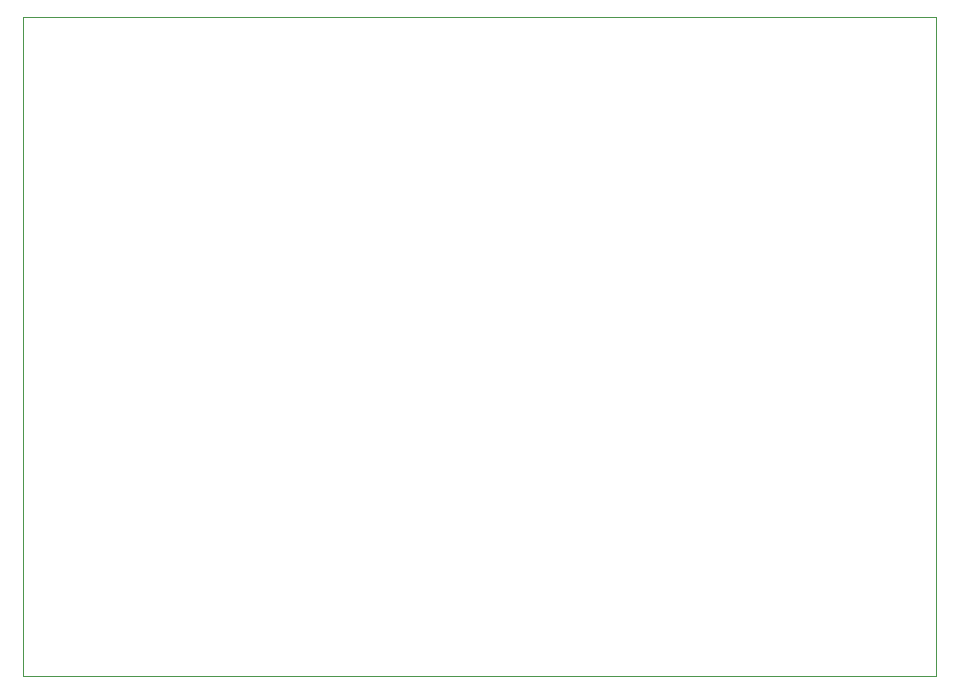
<source format=gbr>
%TF.GenerationSoftware,KiCad,Pcbnew,9.0.2*%
%TF.CreationDate,2025-06-13T21:58:29+02:00*%
%TF.ProjectId,bspdv4,62737064-7634-42e6-9b69-6361645f7063,rev?*%
%TF.SameCoordinates,Original*%
%TF.FileFunction,Profile,NP*%
%FSLAX46Y46*%
G04 Gerber Fmt 4.6, Leading zero omitted, Abs format (unit mm)*
G04 Created by KiCad (PCBNEW 9.0.2) date 2025-06-13 21:58:29*
%MOMM*%
%LPD*%
G01*
G04 APERTURE LIST*
%TA.AperFunction,Profile*%
%ADD10C,0.100000*%
%TD*%
G04 APERTURE END LIST*
D10*
X164500000Y-30500000D02*
X241800000Y-30500000D01*
X241800000Y-86300000D01*
X164500000Y-86300000D01*
X164500000Y-30500000D01*
M02*

</source>
